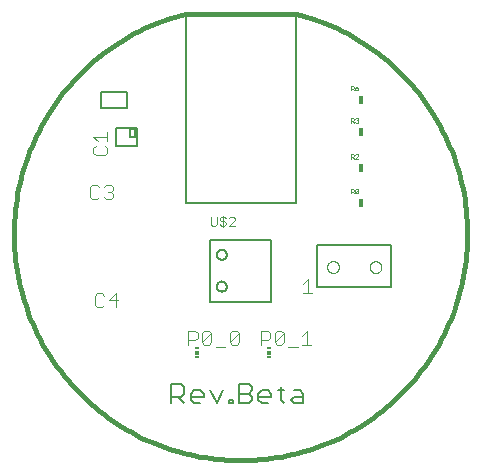
<source format=gto>
G75*
%MOIN*%
%OFA0B0*%
%FSLAX25Y25*%
%IPPOS*%
%LPD*%
%AMOC8*
5,1,8,0,0,1.08239X$1,22.5*
%
%ADD10C,0.00600*%
%ADD11C,0.01600*%
%ADD12C,0.00400*%
%ADD13R,0.01181X0.00591*%
%ADD14R,0.01181X0.01181*%
%ADD15C,0.00100*%
%ADD16R,0.01800X0.03000*%
%ADD17C,0.00500*%
%ADD18C,0.00300*%
%ADD19C,0.00000*%
D10*
X0065145Y0021588D02*
X0065145Y0027994D01*
X0068348Y0027994D01*
X0069415Y0026926D01*
X0069415Y0024791D01*
X0068348Y0023723D01*
X0065145Y0023723D01*
X0067280Y0023723D02*
X0069415Y0021588D01*
X0071591Y0022656D02*
X0071591Y0024791D01*
X0072658Y0025859D01*
X0074793Y0025859D01*
X0075861Y0024791D01*
X0075861Y0023723D01*
X0071591Y0023723D01*
X0071591Y0022656D02*
X0072658Y0021588D01*
X0074793Y0021588D01*
X0078036Y0025859D02*
X0080171Y0021588D01*
X0082306Y0025859D01*
X0084482Y0022656D02*
X0085549Y0022656D01*
X0085549Y0021588D01*
X0084482Y0021588D01*
X0084482Y0022656D01*
X0087704Y0021588D02*
X0090907Y0021588D01*
X0091975Y0022656D01*
X0091975Y0023723D01*
X0090907Y0024791D01*
X0087704Y0024791D01*
X0087704Y0021588D02*
X0087704Y0027994D01*
X0090907Y0027994D01*
X0091975Y0026926D01*
X0091975Y0025859D01*
X0090907Y0024791D01*
X0094150Y0024791D02*
X0094150Y0022656D01*
X0095217Y0021588D01*
X0097353Y0021588D01*
X0098420Y0023723D02*
X0094150Y0023723D01*
X0094150Y0024791D02*
X0095217Y0025859D01*
X0097353Y0025859D01*
X0098420Y0024791D01*
X0098420Y0023723D01*
X0100595Y0025859D02*
X0102731Y0025859D01*
X0101663Y0026926D02*
X0101663Y0022656D01*
X0102731Y0021588D01*
X0104892Y0022656D02*
X0105960Y0023723D01*
X0109163Y0023723D01*
X0109163Y0024791D02*
X0108095Y0025859D01*
X0105960Y0025859D01*
X0109163Y0024791D02*
X0109163Y0021588D01*
X0105960Y0021588D01*
X0104892Y0022656D01*
D11*
X0106381Y0151406D02*
X0108169Y0150939D01*
X0109944Y0150428D01*
X0111707Y0149874D01*
X0113456Y0149277D01*
X0115190Y0148637D01*
X0116907Y0147956D01*
X0118608Y0147232D01*
X0120290Y0146467D01*
X0121953Y0145661D01*
X0123595Y0144815D01*
X0125217Y0143928D01*
X0126816Y0143003D01*
X0128392Y0142038D01*
X0129944Y0141036D01*
X0131472Y0139995D01*
X0132973Y0138918D01*
X0134447Y0137804D01*
X0135894Y0136655D01*
X0137312Y0135470D01*
X0138701Y0134251D01*
X0140060Y0132999D01*
X0141388Y0131713D01*
X0142683Y0130396D01*
X0143947Y0129047D01*
X0145176Y0127668D01*
X0146372Y0126259D01*
X0147533Y0124821D01*
X0148658Y0123356D01*
X0149748Y0121863D01*
X0150800Y0120344D01*
X0151815Y0118800D01*
X0152792Y0117231D01*
X0153730Y0115639D01*
X0154629Y0114025D01*
X0155488Y0112389D01*
X0156307Y0110732D01*
X0157086Y0109056D01*
X0157823Y0107362D01*
X0158518Y0105650D01*
X0159171Y0103921D01*
X0159782Y0102177D01*
X0160350Y0100419D01*
X0160875Y0098647D01*
X0161356Y0096863D01*
X0161794Y0095068D01*
X0162187Y0093262D01*
X0162536Y0091447D01*
X0162841Y0089625D01*
X0163101Y0087795D01*
X0163317Y0085960D01*
X0163487Y0084120D01*
X0163612Y0082276D01*
X0163692Y0080430D01*
X0163727Y0078583D01*
X0163717Y0076735D01*
X0163662Y0074888D01*
X0163561Y0073043D01*
X0163416Y0071201D01*
X0163225Y0069363D01*
X0162989Y0067530D01*
X0162709Y0065703D01*
X0162384Y0063884D01*
X0162015Y0062074D01*
X0161602Y0060272D01*
X0161144Y0058482D01*
X0160643Y0056703D01*
X0160099Y0054938D01*
X0159511Y0053185D01*
X0158881Y0051448D01*
X0158209Y0049727D01*
X0157495Y0048023D01*
X0156739Y0046336D01*
X0155943Y0044669D01*
X0155105Y0043022D01*
X0154228Y0041395D01*
X0153311Y0039791D01*
X0152356Y0038210D01*
X0151361Y0036652D01*
X0150329Y0035119D01*
X0149260Y0033612D01*
X0148155Y0032131D01*
X0147013Y0030678D01*
X0145836Y0029253D01*
X0144625Y0027858D01*
X0143380Y0026492D01*
X0142102Y0025157D01*
X0140792Y0023854D01*
X0139450Y0022584D01*
X0138078Y0021346D01*
X0136676Y0020143D01*
X0135244Y0018974D01*
X0133785Y0017841D01*
X0132298Y0016743D01*
X0130785Y0015682D01*
X0129247Y0014659D01*
X0127683Y0013673D01*
X0126097Y0012726D01*
X0124487Y0011818D01*
X0122856Y0010950D01*
X0121204Y0010122D01*
X0119532Y0009335D01*
X0117842Y0008588D01*
X0116134Y0007883D01*
X0114409Y0007221D01*
X0112668Y0006600D01*
X0110913Y0006022D01*
X0109144Y0005488D01*
X0107363Y0004997D01*
X0105570Y0004549D01*
X0103767Y0004146D01*
X0101954Y0003787D01*
X0100133Y0003472D01*
X0098305Y0003202D01*
X0096471Y0002976D01*
X0094632Y0002796D01*
X0092789Y0002660D01*
X0090943Y0002570D01*
X0089096Y0002525D01*
X0087248Y0002525D01*
X0085401Y0002570D01*
X0083555Y0002660D01*
X0081712Y0002796D01*
X0079873Y0002976D01*
X0078039Y0003202D01*
X0076211Y0003472D01*
X0074390Y0003787D01*
X0072577Y0004146D01*
X0070774Y0004549D01*
X0068981Y0004997D01*
X0067200Y0005488D01*
X0065431Y0006022D01*
X0063676Y0006600D01*
X0061935Y0007221D01*
X0060210Y0007883D01*
X0058502Y0008588D01*
X0056812Y0009335D01*
X0055140Y0010122D01*
X0053488Y0010950D01*
X0051857Y0011818D01*
X0050247Y0012726D01*
X0048661Y0013673D01*
X0047097Y0014659D01*
X0045559Y0015682D01*
X0044046Y0016743D01*
X0042559Y0017841D01*
X0041100Y0018974D01*
X0039668Y0020143D01*
X0038266Y0021346D01*
X0036894Y0022584D01*
X0035552Y0023854D01*
X0034242Y0025157D01*
X0032964Y0026492D01*
X0031719Y0027858D01*
X0030508Y0029253D01*
X0029331Y0030678D01*
X0028189Y0032131D01*
X0027084Y0033612D01*
X0026015Y0035119D01*
X0024983Y0036652D01*
X0023988Y0038210D01*
X0023033Y0039791D01*
X0022116Y0041395D01*
X0021239Y0043022D01*
X0020401Y0044669D01*
X0019605Y0046336D01*
X0018849Y0048023D01*
X0018135Y0049727D01*
X0017463Y0051448D01*
X0016833Y0053185D01*
X0016245Y0054938D01*
X0015701Y0056703D01*
X0015200Y0058482D01*
X0014742Y0060272D01*
X0014329Y0062074D01*
X0013960Y0063884D01*
X0013635Y0065703D01*
X0013355Y0067530D01*
X0013119Y0069363D01*
X0012928Y0071201D01*
X0012783Y0073043D01*
X0012682Y0074888D01*
X0012627Y0076735D01*
X0012617Y0078583D01*
X0012652Y0080430D01*
X0012732Y0082276D01*
X0012857Y0084120D01*
X0013027Y0085960D01*
X0013243Y0087795D01*
X0013503Y0089625D01*
X0013808Y0091447D01*
X0014157Y0093262D01*
X0014550Y0095068D01*
X0014988Y0096863D01*
X0015469Y0098647D01*
X0015994Y0100419D01*
X0016562Y0102177D01*
X0017173Y0103921D01*
X0017826Y0105650D01*
X0018521Y0107362D01*
X0019258Y0109056D01*
X0020037Y0110732D01*
X0020856Y0112389D01*
X0021715Y0114025D01*
X0022614Y0115639D01*
X0023552Y0117231D01*
X0024529Y0118800D01*
X0025544Y0120344D01*
X0026596Y0121863D01*
X0027686Y0123356D01*
X0028811Y0124821D01*
X0029972Y0126259D01*
X0031168Y0127668D01*
X0032397Y0129047D01*
X0033661Y0130396D01*
X0034956Y0131713D01*
X0036284Y0132999D01*
X0037643Y0134251D01*
X0039032Y0135470D01*
X0040450Y0136655D01*
X0041897Y0137804D01*
X0043371Y0138918D01*
X0044872Y0139995D01*
X0046400Y0141036D01*
X0047952Y0142038D01*
X0049528Y0143003D01*
X0051127Y0143928D01*
X0052749Y0144815D01*
X0054391Y0145661D01*
X0056054Y0146467D01*
X0057736Y0147232D01*
X0059437Y0147956D01*
X0061154Y0148637D01*
X0062888Y0149277D01*
X0064637Y0149874D01*
X0066400Y0150428D01*
X0068175Y0150939D01*
X0069963Y0151406D01*
X0106381Y0151406D01*
D12*
X0041973Y0053555D02*
X0040438Y0053555D01*
X0039671Y0054322D01*
X0039671Y0057392D01*
X0040438Y0058159D01*
X0041973Y0058159D01*
X0042740Y0057392D01*
X0044275Y0055857D02*
X0047344Y0055857D01*
X0046577Y0053555D02*
X0046577Y0058159D01*
X0044275Y0055857D01*
X0042740Y0054322D02*
X0041973Y0053555D01*
X0070773Y0045718D02*
X0070773Y0041114D01*
X0070773Y0042649D02*
X0073075Y0042649D01*
X0073843Y0043416D01*
X0073843Y0044951D01*
X0073075Y0045718D01*
X0070773Y0045718D01*
X0075377Y0044951D02*
X0075377Y0041881D01*
X0078447Y0044951D01*
X0078447Y0041881D01*
X0077679Y0041114D01*
X0076145Y0041114D01*
X0075377Y0041881D01*
X0075377Y0044951D02*
X0076145Y0045718D01*
X0077679Y0045718D01*
X0078447Y0044951D01*
X0079981Y0040347D02*
X0083051Y0040347D01*
X0084585Y0041881D02*
X0087655Y0044951D01*
X0087655Y0041881D01*
X0086887Y0041114D01*
X0085353Y0041114D01*
X0084585Y0041881D01*
X0084585Y0044951D01*
X0085353Y0045718D01*
X0086887Y0045718D01*
X0087655Y0044951D01*
X0094907Y0045639D02*
X0094907Y0041035D01*
X0094907Y0042570D02*
X0097209Y0042570D01*
X0097977Y0043337D01*
X0097977Y0044872D01*
X0097209Y0045639D01*
X0094907Y0045639D01*
X0099511Y0044872D02*
X0099511Y0041803D01*
X0102581Y0044872D01*
X0102581Y0041803D01*
X0101813Y0041035D01*
X0100279Y0041035D01*
X0099511Y0041803D01*
X0099511Y0044872D02*
X0100279Y0045639D01*
X0101813Y0045639D01*
X0102581Y0044872D01*
X0104115Y0040268D02*
X0107184Y0040268D01*
X0108719Y0041035D02*
X0111788Y0041035D01*
X0110254Y0041035D02*
X0110254Y0045639D01*
X0108719Y0044105D01*
X0108982Y0058260D02*
X0112051Y0058260D01*
X0110517Y0058260D02*
X0110517Y0062864D01*
X0108982Y0061329D01*
X0045656Y0090425D02*
X0044889Y0089657D01*
X0043354Y0089657D01*
X0042587Y0090425D01*
X0041052Y0090425D02*
X0040285Y0089657D01*
X0038750Y0089657D01*
X0037983Y0090425D01*
X0037983Y0093494D01*
X0038750Y0094261D01*
X0040285Y0094261D01*
X0041052Y0093494D01*
X0042587Y0093494D02*
X0043354Y0094261D01*
X0044889Y0094261D01*
X0045656Y0093494D01*
X0045656Y0092727D01*
X0044889Y0091959D01*
X0045656Y0091192D01*
X0045656Y0090425D01*
X0044889Y0091959D02*
X0044122Y0091959D01*
X0042992Y0104269D02*
X0039923Y0104269D01*
X0039155Y0105036D01*
X0039155Y0106570D01*
X0039923Y0107338D01*
X0040690Y0108872D02*
X0039155Y0110407D01*
X0043759Y0110407D01*
X0043759Y0108872D02*
X0043759Y0111942D01*
X0042992Y0107338D02*
X0043759Y0106570D01*
X0043759Y0105036D01*
X0042992Y0104269D01*
D13*
X0073664Y0039891D03*
X0073664Y0036938D03*
X0097798Y0036859D03*
X0097798Y0039812D03*
D14*
X0097798Y0038335D03*
X0073664Y0038414D03*
D15*
X0125017Y0091504D02*
X0125017Y0093005D01*
X0125768Y0093005D01*
X0126018Y0092755D01*
X0126018Y0092254D01*
X0125768Y0092004D01*
X0125017Y0092004D01*
X0125518Y0092004D02*
X0126018Y0091504D01*
X0126490Y0091754D02*
X0127491Y0092755D01*
X0127491Y0091754D01*
X0127241Y0091504D01*
X0126741Y0091504D01*
X0126490Y0091754D01*
X0126490Y0092755D01*
X0126741Y0093005D01*
X0127241Y0093005D01*
X0127491Y0092755D01*
X0127491Y0103078D02*
X0126490Y0103078D01*
X0127491Y0104079D01*
X0127491Y0104329D01*
X0127241Y0104580D01*
X0126741Y0104580D01*
X0126490Y0104329D01*
X0126018Y0104329D02*
X0126018Y0103829D01*
X0125768Y0103579D01*
X0125017Y0103579D01*
X0125518Y0103579D02*
X0126018Y0103078D01*
X0125017Y0103078D02*
X0125017Y0104580D01*
X0125768Y0104580D01*
X0126018Y0104329D01*
X0126018Y0115047D02*
X0125518Y0115547D01*
X0125768Y0115547D02*
X0125017Y0115547D01*
X0125017Y0115047D02*
X0125017Y0116548D01*
X0125768Y0116548D01*
X0126018Y0116298D01*
X0126018Y0115797D01*
X0125768Y0115547D01*
X0126490Y0115297D02*
X0126741Y0115047D01*
X0127241Y0115047D01*
X0127491Y0115297D01*
X0127491Y0115547D01*
X0127241Y0115797D01*
X0126991Y0115797D01*
X0127241Y0115797D02*
X0127491Y0116048D01*
X0127491Y0116298D01*
X0127241Y0116548D01*
X0126741Y0116548D01*
X0126490Y0116298D01*
X0126741Y0125834D02*
X0126490Y0126084D01*
X0126490Y0126585D01*
X0127241Y0126585D01*
X0127491Y0126335D01*
X0127491Y0126084D01*
X0127241Y0125834D01*
X0126741Y0125834D01*
X0126018Y0125834D02*
X0125518Y0126335D01*
X0125768Y0126335D02*
X0125017Y0126335D01*
X0125017Y0125834D02*
X0125017Y0127336D01*
X0125768Y0127336D01*
X0126018Y0127085D01*
X0126018Y0126585D01*
X0125768Y0126335D01*
X0126490Y0126585D02*
X0126991Y0127085D01*
X0127491Y0127336D01*
D16*
X0128467Y0122784D03*
X0128467Y0111997D03*
X0128467Y0100028D03*
X0128467Y0088454D03*
D17*
X0138310Y0074398D02*
X0113703Y0074398D01*
X0113703Y0060225D01*
X0138310Y0060225D01*
X0138310Y0074398D01*
X0106577Y0088414D02*
X0106577Y0151209D01*
X0070160Y0151209D01*
X0070160Y0088414D01*
X0106577Y0088414D01*
X0098428Y0075816D02*
X0098428Y0055343D01*
X0077955Y0055343D01*
X0077955Y0075816D01*
X0098428Y0075816D01*
X0080222Y0071091D02*
X0080224Y0071172D01*
X0080230Y0071253D01*
X0080240Y0071334D01*
X0080254Y0071414D01*
X0080271Y0071494D01*
X0080293Y0071572D01*
X0080318Y0071649D01*
X0080347Y0071725D01*
X0080380Y0071800D01*
X0080416Y0071873D01*
X0080456Y0071944D01*
X0080499Y0072012D01*
X0080546Y0072079D01*
X0080595Y0072144D01*
X0080648Y0072205D01*
X0080704Y0072265D01*
X0080763Y0072321D01*
X0080824Y0072375D01*
X0080888Y0072425D01*
X0080954Y0072472D01*
X0081022Y0072517D01*
X0081092Y0072557D01*
X0081165Y0072594D01*
X0081239Y0072628D01*
X0081314Y0072658D01*
X0081391Y0072684D01*
X0081470Y0072707D01*
X0081549Y0072725D01*
X0081629Y0072740D01*
X0081709Y0072751D01*
X0081790Y0072758D01*
X0081872Y0072761D01*
X0081953Y0072760D01*
X0082034Y0072755D01*
X0082115Y0072746D01*
X0082195Y0072733D01*
X0082275Y0072717D01*
X0082354Y0072696D01*
X0082431Y0072672D01*
X0082508Y0072643D01*
X0082582Y0072612D01*
X0082656Y0072576D01*
X0082727Y0072537D01*
X0082796Y0072495D01*
X0082864Y0072449D01*
X0082929Y0072400D01*
X0082991Y0072348D01*
X0083051Y0072293D01*
X0083108Y0072235D01*
X0083163Y0072175D01*
X0083214Y0072112D01*
X0083262Y0072046D01*
X0083307Y0071978D01*
X0083348Y0071908D01*
X0083386Y0071836D01*
X0083421Y0071763D01*
X0083452Y0071688D01*
X0083479Y0071611D01*
X0083502Y0071533D01*
X0083522Y0071454D01*
X0083538Y0071374D01*
X0083550Y0071294D01*
X0083558Y0071213D01*
X0083562Y0071132D01*
X0083562Y0071050D01*
X0083558Y0070969D01*
X0083550Y0070888D01*
X0083538Y0070808D01*
X0083522Y0070728D01*
X0083502Y0070649D01*
X0083479Y0070571D01*
X0083452Y0070494D01*
X0083421Y0070419D01*
X0083386Y0070346D01*
X0083348Y0070274D01*
X0083307Y0070204D01*
X0083262Y0070136D01*
X0083214Y0070070D01*
X0083163Y0070007D01*
X0083108Y0069947D01*
X0083051Y0069889D01*
X0082991Y0069834D01*
X0082929Y0069782D01*
X0082864Y0069733D01*
X0082796Y0069687D01*
X0082727Y0069645D01*
X0082656Y0069606D01*
X0082582Y0069570D01*
X0082508Y0069539D01*
X0082431Y0069510D01*
X0082354Y0069486D01*
X0082275Y0069465D01*
X0082195Y0069449D01*
X0082115Y0069436D01*
X0082034Y0069427D01*
X0081953Y0069422D01*
X0081872Y0069421D01*
X0081790Y0069424D01*
X0081709Y0069431D01*
X0081629Y0069442D01*
X0081549Y0069457D01*
X0081470Y0069475D01*
X0081391Y0069498D01*
X0081314Y0069524D01*
X0081239Y0069554D01*
X0081165Y0069588D01*
X0081092Y0069625D01*
X0081022Y0069665D01*
X0080954Y0069710D01*
X0080888Y0069757D01*
X0080824Y0069807D01*
X0080763Y0069861D01*
X0080704Y0069917D01*
X0080648Y0069977D01*
X0080595Y0070038D01*
X0080546Y0070103D01*
X0080499Y0070170D01*
X0080456Y0070238D01*
X0080416Y0070309D01*
X0080380Y0070382D01*
X0080347Y0070457D01*
X0080318Y0070533D01*
X0080293Y0070610D01*
X0080271Y0070688D01*
X0080254Y0070768D01*
X0080240Y0070848D01*
X0080230Y0070929D01*
X0080224Y0071010D01*
X0080222Y0071091D01*
X0080222Y0060461D02*
X0080224Y0060542D01*
X0080230Y0060623D01*
X0080240Y0060704D01*
X0080254Y0060784D01*
X0080271Y0060864D01*
X0080293Y0060942D01*
X0080318Y0061019D01*
X0080347Y0061095D01*
X0080380Y0061170D01*
X0080416Y0061243D01*
X0080456Y0061314D01*
X0080499Y0061382D01*
X0080546Y0061449D01*
X0080595Y0061514D01*
X0080648Y0061575D01*
X0080704Y0061635D01*
X0080763Y0061691D01*
X0080824Y0061745D01*
X0080888Y0061795D01*
X0080954Y0061842D01*
X0081022Y0061887D01*
X0081092Y0061927D01*
X0081165Y0061964D01*
X0081239Y0061998D01*
X0081314Y0062028D01*
X0081391Y0062054D01*
X0081470Y0062077D01*
X0081549Y0062095D01*
X0081629Y0062110D01*
X0081709Y0062121D01*
X0081790Y0062128D01*
X0081872Y0062131D01*
X0081953Y0062130D01*
X0082034Y0062125D01*
X0082115Y0062116D01*
X0082195Y0062103D01*
X0082275Y0062087D01*
X0082354Y0062066D01*
X0082431Y0062042D01*
X0082508Y0062013D01*
X0082582Y0061982D01*
X0082656Y0061946D01*
X0082727Y0061907D01*
X0082796Y0061865D01*
X0082864Y0061819D01*
X0082929Y0061770D01*
X0082991Y0061718D01*
X0083051Y0061663D01*
X0083108Y0061605D01*
X0083163Y0061545D01*
X0083214Y0061482D01*
X0083262Y0061416D01*
X0083307Y0061348D01*
X0083348Y0061278D01*
X0083386Y0061206D01*
X0083421Y0061133D01*
X0083452Y0061058D01*
X0083479Y0060981D01*
X0083502Y0060903D01*
X0083522Y0060824D01*
X0083538Y0060744D01*
X0083550Y0060664D01*
X0083558Y0060583D01*
X0083562Y0060502D01*
X0083562Y0060420D01*
X0083558Y0060339D01*
X0083550Y0060258D01*
X0083538Y0060178D01*
X0083522Y0060098D01*
X0083502Y0060019D01*
X0083479Y0059941D01*
X0083452Y0059864D01*
X0083421Y0059789D01*
X0083386Y0059716D01*
X0083348Y0059644D01*
X0083307Y0059574D01*
X0083262Y0059506D01*
X0083214Y0059440D01*
X0083163Y0059377D01*
X0083108Y0059317D01*
X0083051Y0059259D01*
X0082991Y0059204D01*
X0082929Y0059152D01*
X0082864Y0059103D01*
X0082796Y0059057D01*
X0082727Y0059015D01*
X0082656Y0058976D01*
X0082582Y0058940D01*
X0082508Y0058909D01*
X0082431Y0058880D01*
X0082354Y0058856D01*
X0082275Y0058835D01*
X0082195Y0058819D01*
X0082115Y0058806D01*
X0082034Y0058797D01*
X0081953Y0058792D01*
X0081872Y0058791D01*
X0081790Y0058794D01*
X0081709Y0058801D01*
X0081629Y0058812D01*
X0081549Y0058827D01*
X0081470Y0058845D01*
X0081391Y0058868D01*
X0081314Y0058894D01*
X0081239Y0058924D01*
X0081165Y0058958D01*
X0081092Y0058995D01*
X0081022Y0059035D01*
X0080954Y0059080D01*
X0080888Y0059127D01*
X0080824Y0059177D01*
X0080763Y0059231D01*
X0080704Y0059287D01*
X0080648Y0059347D01*
X0080595Y0059408D01*
X0080546Y0059473D01*
X0080499Y0059540D01*
X0080456Y0059608D01*
X0080416Y0059679D01*
X0080380Y0059752D01*
X0080347Y0059827D01*
X0080318Y0059903D01*
X0080293Y0059980D01*
X0080271Y0060058D01*
X0080254Y0060138D01*
X0080240Y0060218D01*
X0080230Y0060299D01*
X0080224Y0060380D01*
X0080222Y0060461D01*
X0053573Y0107339D02*
X0046668Y0107316D01*
X0046668Y0113162D01*
X0053597Y0113154D01*
X0053573Y0107339D01*
X0053337Y0110430D02*
X0051290Y0110430D01*
X0051290Y0112918D01*
X0051266Y0112918D01*
X0051428Y0113036D02*
X0053081Y0113036D01*
X0053081Y0110753D01*
X0053152Y0110524D02*
X0053152Y0112989D01*
X0053152Y0110524D02*
X0053337Y0110524D01*
X0053337Y0110430D01*
X0050475Y0119950D02*
X0041656Y0119950D01*
X0041656Y0125422D01*
X0050475Y0125422D01*
X0050475Y0119950D01*
D18*
X0078342Y0083632D02*
X0078342Y0081213D01*
X0078825Y0080730D01*
X0079793Y0080730D01*
X0080277Y0081213D01*
X0080277Y0083632D01*
X0081288Y0083148D02*
X0081772Y0083632D01*
X0082739Y0083632D01*
X0083223Y0083148D01*
X0084235Y0083148D02*
X0084718Y0083632D01*
X0085686Y0083632D01*
X0086170Y0083148D01*
X0086170Y0082665D01*
X0084235Y0080730D01*
X0086170Y0080730D01*
X0083223Y0081213D02*
X0083223Y0081697D01*
X0082739Y0082181D01*
X0081772Y0082181D01*
X0081288Y0082665D01*
X0081288Y0083148D01*
X0082256Y0084116D02*
X0082256Y0080246D01*
X0082739Y0080730D02*
X0083223Y0081213D01*
X0082739Y0080730D02*
X0081772Y0080730D01*
X0081288Y0081213D01*
D19*
X0117049Y0066918D02*
X0117051Y0067006D01*
X0117057Y0067094D01*
X0117067Y0067182D01*
X0117081Y0067270D01*
X0117098Y0067356D01*
X0117120Y0067442D01*
X0117145Y0067526D01*
X0117175Y0067610D01*
X0117207Y0067692D01*
X0117244Y0067772D01*
X0117284Y0067851D01*
X0117328Y0067928D01*
X0117375Y0068003D01*
X0117425Y0068075D01*
X0117479Y0068146D01*
X0117535Y0068213D01*
X0117595Y0068279D01*
X0117657Y0068341D01*
X0117723Y0068401D01*
X0117790Y0068457D01*
X0117861Y0068511D01*
X0117933Y0068561D01*
X0118008Y0068608D01*
X0118085Y0068652D01*
X0118164Y0068692D01*
X0118244Y0068729D01*
X0118326Y0068761D01*
X0118410Y0068791D01*
X0118494Y0068816D01*
X0118580Y0068838D01*
X0118666Y0068855D01*
X0118754Y0068869D01*
X0118842Y0068879D01*
X0118930Y0068885D01*
X0119018Y0068887D01*
X0119106Y0068885D01*
X0119194Y0068879D01*
X0119282Y0068869D01*
X0119370Y0068855D01*
X0119456Y0068838D01*
X0119542Y0068816D01*
X0119626Y0068791D01*
X0119710Y0068761D01*
X0119792Y0068729D01*
X0119872Y0068692D01*
X0119951Y0068652D01*
X0120028Y0068608D01*
X0120103Y0068561D01*
X0120175Y0068511D01*
X0120246Y0068457D01*
X0120313Y0068401D01*
X0120379Y0068341D01*
X0120441Y0068279D01*
X0120501Y0068213D01*
X0120557Y0068146D01*
X0120611Y0068075D01*
X0120661Y0068003D01*
X0120708Y0067928D01*
X0120752Y0067851D01*
X0120792Y0067772D01*
X0120829Y0067692D01*
X0120861Y0067610D01*
X0120891Y0067526D01*
X0120916Y0067442D01*
X0120938Y0067356D01*
X0120955Y0067270D01*
X0120969Y0067182D01*
X0120979Y0067094D01*
X0120985Y0067006D01*
X0120987Y0066918D01*
X0120985Y0066830D01*
X0120979Y0066742D01*
X0120969Y0066654D01*
X0120955Y0066566D01*
X0120938Y0066480D01*
X0120916Y0066394D01*
X0120891Y0066310D01*
X0120861Y0066226D01*
X0120829Y0066144D01*
X0120792Y0066064D01*
X0120752Y0065985D01*
X0120708Y0065908D01*
X0120661Y0065833D01*
X0120611Y0065761D01*
X0120557Y0065690D01*
X0120501Y0065623D01*
X0120441Y0065557D01*
X0120379Y0065495D01*
X0120313Y0065435D01*
X0120246Y0065379D01*
X0120175Y0065325D01*
X0120103Y0065275D01*
X0120028Y0065228D01*
X0119951Y0065184D01*
X0119872Y0065144D01*
X0119792Y0065107D01*
X0119710Y0065075D01*
X0119626Y0065045D01*
X0119542Y0065020D01*
X0119456Y0064998D01*
X0119370Y0064981D01*
X0119282Y0064967D01*
X0119194Y0064957D01*
X0119106Y0064951D01*
X0119018Y0064949D01*
X0118930Y0064951D01*
X0118842Y0064957D01*
X0118754Y0064967D01*
X0118666Y0064981D01*
X0118580Y0064998D01*
X0118494Y0065020D01*
X0118410Y0065045D01*
X0118326Y0065075D01*
X0118244Y0065107D01*
X0118164Y0065144D01*
X0118085Y0065184D01*
X0118008Y0065228D01*
X0117933Y0065275D01*
X0117861Y0065325D01*
X0117790Y0065379D01*
X0117723Y0065435D01*
X0117657Y0065495D01*
X0117595Y0065557D01*
X0117535Y0065623D01*
X0117479Y0065690D01*
X0117425Y0065761D01*
X0117375Y0065833D01*
X0117328Y0065908D01*
X0117284Y0065985D01*
X0117244Y0066064D01*
X0117207Y0066144D01*
X0117175Y0066226D01*
X0117145Y0066310D01*
X0117120Y0066394D01*
X0117098Y0066480D01*
X0117081Y0066566D01*
X0117067Y0066654D01*
X0117057Y0066742D01*
X0117051Y0066830D01*
X0117049Y0066918D01*
X0131223Y0066918D02*
X0131225Y0067006D01*
X0131231Y0067094D01*
X0131241Y0067182D01*
X0131255Y0067270D01*
X0131272Y0067356D01*
X0131294Y0067442D01*
X0131319Y0067526D01*
X0131349Y0067610D01*
X0131381Y0067692D01*
X0131418Y0067772D01*
X0131458Y0067851D01*
X0131502Y0067928D01*
X0131549Y0068003D01*
X0131599Y0068075D01*
X0131653Y0068146D01*
X0131709Y0068213D01*
X0131769Y0068279D01*
X0131831Y0068341D01*
X0131897Y0068401D01*
X0131964Y0068457D01*
X0132035Y0068511D01*
X0132107Y0068561D01*
X0132182Y0068608D01*
X0132259Y0068652D01*
X0132338Y0068692D01*
X0132418Y0068729D01*
X0132500Y0068761D01*
X0132584Y0068791D01*
X0132668Y0068816D01*
X0132754Y0068838D01*
X0132840Y0068855D01*
X0132928Y0068869D01*
X0133016Y0068879D01*
X0133104Y0068885D01*
X0133192Y0068887D01*
X0133280Y0068885D01*
X0133368Y0068879D01*
X0133456Y0068869D01*
X0133544Y0068855D01*
X0133630Y0068838D01*
X0133716Y0068816D01*
X0133800Y0068791D01*
X0133884Y0068761D01*
X0133966Y0068729D01*
X0134046Y0068692D01*
X0134125Y0068652D01*
X0134202Y0068608D01*
X0134277Y0068561D01*
X0134349Y0068511D01*
X0134420Y0068457D01*
X0134487Y0068401D01*
X0134553Y0068341D01*
X0134615Y0068279D01*
X0134675Y0068213D01*
X0134731Y0068146D01*
X0134785Y0068075D01*
X0134835Y0068003D01*
X0134882Y0067928D01*
X0134926Y0067851D01*
X0134966Y0067772D01*
X0135003Y0067692D01*
X0135035Y0067610D01*
X0135065Y0067526D01*
X0135090Y0067442D01*
X0135112Y0067356D01*
X0135129Y0067270D01*
X0135143Y0067182D01*
X0135153Y0067094D01*
X0135159Y0067006D01*
X0135161Y0066918D01*
X0135159Y0066830D01*
X0135153Y0066742D01*
X0135143Y0066654D01*
X0135129Y0066566D01*
X0135112Y0066480D01*
X0135090Y0066394D01*
X0135065Y0066310D01*
X0135035Y0066226D01*
X0135003Y0066144D01*
X0134966Y0066064D01*
X0134926Y0065985D01*
X0134882Y0065908D01*
X0134835Y0065833D01*
X0134785Y0065761D01*
X0134731Y0065690D01*
X0134675Y0065623D01*
X0134615Y0065557D01*
X0134553Y0065495D01*
X0134487Y0065435D01*
X0134420Y0065379D01*
X0134349Y0065325D01*
X0134277Y0065275D01*
X0134202Y0065228D01*
X0134125Y0065184D01*
X0134046Y0065144D01*
X0133966Y0065107D01*
X0133884Y0065075D01*
X0133800Y0065045D01*
X0133716Y0065020D01*
X0133630Y0064998D01*
X0133544Y0064981D01*
X0133456Y0064967D01*
X0133368Y0064957D01*
X0133280Y0064951D01*
X0133192Y0064949D01*
X0133104Y0064951D01*
X0133016Y0064957D01*
X0132928Y0064967D01*
X0132840Y0064981D01*
X0132754Y0064998D01*
X0132668Y0065020D01*
X0132584Y0065045D01*
X0132500Y0065075D01*
X0132418Y0065107D01*
X0132338Y0065144D01*
X0132259Y0065184D01*
X0132182Y0065228D01*
X0132107Y0065275D01*
X0132035Y0065325D01*
X0131964Y0065379D01*
X0131897Y0065435D01*
X0131831Y0065495D01*
X0131769Y0065557D01*
X0131709Y0065623D01*
X0131653Y0065690D01*
X0131599Y0065761D01*
X0131549Y0065833D01*
X0131502Y0065908D01*
X0131458Y0065985D01*
X0131418Y0066064D01*
X0131381Y0066144D01*
X0131349Y0066226D01*
X0131319Y0066310D01*
X0131294Y0066394D01*
X0131272Y0066480D01*
X0131255Y0066566D01*
X0131241Y0066654D01*
X0131231Y0066742D01*
X0131225Y0066830D01*
X0131223Y0066918D01*
M02*

</source>
